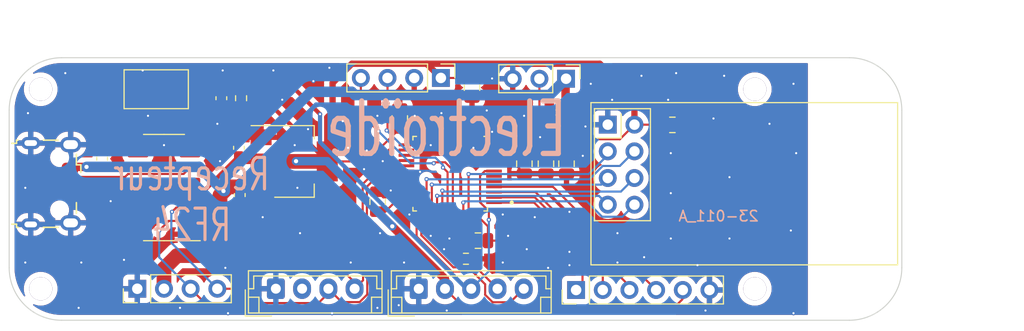
<source format=kicad_pcb>
(kicad_pcb (version 20211014) (generator pcbnew)
  (layers (0 "F.Cu" signal) (31 "B.Cu" signal) (34 "B.Paste" user) (35 "F.Paste" user) (36 "B.SilkS" user "B.Silkscreen") (37 "F.SilkS" user "F.Silkscreen") (38 "B.Mask" user) (39 "F.Mask" user) (44 "Edge.Cuts" user))
  (net 0 "")
  (net 1 "+5V")
  (net 2 "GND")
  (net 3 "+3V3")
  (net 4 "/RST")
  (net 5 "/DBG_Tx")
  (net 6 "/DBG_Rx")
  (net 7 "Net-(J3-Pad2)")
  (net 8 "Net-(J3-Pad3)")
  (net 10 "/cmd_bandeau_leds")
  (net 11 "/SCL")
  (net 12 "/SDA")
  (net 14 "/SWDCLK")
  (net 15 "/SWDIO")
  (net 16 "Net-(R1-Pad1)")
  (net 33 "/CSN")
  (net 34 "/SCK")
  (net 35 "/MISO")
  (net 36 "/MOSI")
  (net 37 "/IRQ")
  (net 38 "/CE")
  (net 49 "/PC0")
  (net 50 "/PC13")
  (net 53 "/PC15")
  (net 54 "/PC14")
  (footprint "Capacitor_SMD:C_0805_2012Metric" (layer "F.Cu") (at 124.6378 77.4192 180)
    (fp_text reference "C9" hide)
    (fp_text value "1µF" hide)
  )
  (footprint "Capacitor_SMD:C_0603_1608Metric" (layer "F.Cu") (at 132.207 65.9638 180)
    (fp_text reference "C2" hide)
    (fp_text value "0.1µf" hide)
  )
  (footprint "Capacitor_SMD:C_0603_1608Metric" (layer "F.Cu") (at 101.9556 73.0758 -90)
    (fp_text reference "C3" hide)
    (fp_text value "1µF" hide)
  )
  (footprint "Capacitor_SMD:C_0603_1608Metric" (layer "F.Cu") (at 101.8794 68.58 90)
    (fp_text reference "C5" hide)
    (fp_text value "22µF" hide)
  )
  (footprint "Connector_PinHeader_2.54mm:PinHeader_1x03_P2.54mm_Vertical" (layer "F.Cu") (at 133.0302 62.0014 -90)
    (fp_text reference "J4" hide)
    (fp_text value "Bandeau leds" hide)
  )
  (footprint "Connector_JST:JST_EH_B4B-EH-A_1x04_P2.50mm_Vertical" (layer "F.Cu") (at 105.3938 81.996)
    (fp_text reference "J6" hide)
    (fp_text value "Conn_01x04" hide)
  )
  (footprint "Connector_USB:USB_Micro-B_Wuerth_629105150521" (layer "F.Cu") (at 84 72 -90)
    (fp_text reference "J3" hide)
    (fp_text value "USB_B_Micro" hide)
  )
  (footprint "Capacitor_SMD:C_0603_1608Metric" (layer "F.Cu") (at 132.207 64.4652 180)
    (fp_text reference "C4" hide)
    (fp_text value "22µf" hide)
  )
  (footprint "Connector_JST:JST_EH_B5B-EH-A_1x05_P2.50mm_Vertical" (layer "F.Cu") (at 119 82)
    (fp_text reference "J7" hide)
    (fp_text value "Conn_01x05" hide)
  )
  (footprint "Capacitor_SMD:C_0805_2012Metric" (layer "F.Cu") (at 133.0706 70.0888 -90)
    (fp_text reference "C10" hide)
    (fp_text value "22µf" hide)
  )
  (footprint "Connector_PinHeader_2.54mm:PinHeader_1x04_P2.54mm_Vertical" (layer "F.Cu") (at 92.2 82 90)
    (fp_text reference "J2" hide)
    (fp_text value "Conn_01x04" hide)
  )
  (footprint "Button_Switch_SMD:SW_SPST_CK_RS282G05A3" (layer "F.Cu") (at 94 63 180)
    (fp_text reference "Reset1" hide)
    (fp_text value "SW_Push" hide)
  )
  (footprint "Package_TO_SOT_SMD:SOT-223-3_TabPin2" (layer "F.Cu") (at 107.1372 69.8754)
    (fp_text reference "U1" hide)
    (fp_text value "AMS1117" hide)
  )
  (footprint "nRF24L01:nRF24L01_Breakout" (layer "F.Cu") (at 137 66.375)
    (fp_text reference "U4" hide)
    (fp_text value "NRF24L01_Breakout" hide)
  )
  (footprint "Connector_PinHeader_2.54mm:PinHeader_1x04_P2.54mm_Vertical" (layer "F.Cu") (at 121.1072 61.9252 -90)
    (fp_text reference "J5" hide)
    (fp_text value "I2C" hide)
  )
  (footprint "Capacitor_SMD:C_0805_2012Metric" (layer "F.Cu") (at 124.072562 62.847992 -90)
    (fp_text reference "C6" hide)
    (fp_text value "22µf" hide)
  )
  (footprint "Capacitor_SMD:C_0603_1608Metric" (layer "F.Cu") (at 88.8492 69.6214 90)
    (fp_text reference "C1" hide)
    (fp_text value "100nF" hide)
  )
  (footprint "Package_SO:SOIC-16_3.9x9.9mm_P1.27mm" (layer "F.Cu") (at 94.742 72.3646 180)
    (fp_text reference "U2" hide)
    (fp_text value "CH340C" hide)
  )
  (footprint "Resistor_SMD:R_0603_1608Metric" (layer "F.Cu") (at 102.0826 63.8556 90)
    (fp_text reference "R2" hide)
    (fp_text value "10k" hide)
  )
  (footprint "Connector_PinHeader_2.54mm:PinHeader_1x06_P2.54mm_Vertical" (layer "F.Cu") (at 133.985 82.1182 90)
    (fp_text reference "J1" hide)
    (fp_text value "Conn_01x06" hide)
  )
  (footprint "stm32L010C6T6:QFP50P900X900X160-48N" (layer "F.Cu") (at 121.9962 71.0438 180)
    (fp_text reference "U3")
    (fp_text value "STM32L010C6T6" hide)
  )
  (footprint "Capacitor_SMD:C_0805_2012Metric" (layer "F.Cu") (at 131.1148 70.0888 -90)
    (fp_text reference "C12" hide)
    (fp_text value "1µF" hide)
  )
  (footprint "Capacitor_SMD:C_0805_2012Metric" (layer "F.Cu") (at 129.0574 70.0888 -90)
    (fp_text reference "C14" hide)
    (fp_text value "0.1µF" hide)
  )
  (footprint "Capacitor_SMD:C_0805_2012Metric" (layer "F.Cu") (at 117.1956 65.786 90)
    (fp_text reference "C8" hide)
    (fp_text value "1µF" hide)
  )
  (footprint "Capacitor_SMD:C_0805_2012Metric" (layer "F.Cu") (at 115.0874 73.7108 90)
    (fp_text reference "C11" hide)
    (fp_text value "1µF" hide)
  )
  (footprint "Resistor_SMD:R_0603_1608Metric" (layer "F.Cu") (at 123.4948 79.1464)
    (fp_text reference "R1" hide)
    (fp_text value "R" hide)
  )
  (footprint "Capacitor_SMD:C_0603_1608Metric" (layer "F.Cu") (at 100.203 63.8556 90)
    (fp_text reference "C13" hide)
    (fp_text value "0.1µf" hide)
  )
  (footprint "Capacitor_SMD:C_0805_2012Metric" (layer "F.Cu") (at 143.1544 66.3956)
    (fp_text reference "C7" hide)
    (fp_text value "22µf" hide)
  )
  (gr_line (start 80 80) (end 80 65) (layer "Edge.Cuts") (width 0.1))
  (gr_arc (start 80 65) (mid 81.464466 61.464466) (end 85 60) (layer "Edge.Cuts") (width 0.1))
  (gr_arc (start 160 60) (mid 163.535534 61.464466) (end 165 65) (layer "Edge.Cuts") (width 0.1))
  (gr_arc (start 85 85) (mid 81.464466 83.535534) (end 80 80) (layer "Edge.Cuts") (width 0.1))
  (gr_line (start 160 85) (end 85 85) (layer "Edge.Cuts") (width 0.1))
  (gr_arc (start 165 80) (mid 163.535534 83.535534) (end 160 85) (layer "Edge.Cuts") (width 0.1))
  (gr_line (start 165 65) (end 165 80) (layer "Edge.Cuts") (width 0.1))
  (gr_line (start 85 60) (end 160 60) (layer "Edge.Cuts") (width 0.1))
  (gr_text "Electroïde" (at 121.6406 66.8274) (layer "B.SilkS") (effects (font (size 5 3) (thickness 0.5)) (justify mirror)))
  (gr_text "Recepteur\nRF24" (at 97.3582 73.533) (layer "B.SilkS") (effects (font (size 3 2) (thickness 0.3)) (justify mirror)))
  (gr_text "23-011_A" (at 147.5486 75.0824) (layer "B.SilkS") (effects (font (size 1 1)) (justify mirror)))
  (via (at 151 63) (size 2.2) (drill 2.2) (layers "F.Cu" "B.Cu") (net 0))
  (via (at 151 82) (size 2.2) (drill 2.2) (layers "F.Cu" "B.Cu") (net 0))
  (via (at 83 82) (size 2.2) (drill 2.2) (layers "F.Cu" "B.Cu") (net 0))
  (via (at 83 63) (size 2.2) (drill 2.2) (layers "F.Cu" "B.Cu") (net 0))
  (segment (start 94.74 80.0882) (end 95.9866 78.8416) (width 1.4) (layer "F.Cu") (net 1))
  (segment (start 103.9872 72.1754) (end 102.081 72.1754) (width 1.4) (layer "F.Cu") (net 1))
  (segment (start 102.081 72.1754) (end 101.9556 72.3008) (width 1.4) (layer "F.Cu") (net 1))
  (segment (start 87.363 70.3964) (end 85.4072 70.3964) (width 0.8) (layer "F.Cu") (net 1))
  (segment (start 100.076 77.4446) (end 100.076 73.1012) (width 1.4) (layer "F.Cu") (net 1))
  (segment (start 100.076 73.1012) (end 100.8764 72.3008) (width 1.4) (layer "F.Cu") (net 1))
  (segment (start 100.8764 72.3008) (end 101.9556 72.3008) (width 1.4) (layer "F.Cu") (net 1))
  (segment (start 95.9866 78.8416) (end 98.679 78.8416) (width 1.4) (layer "F.Cu") (net 1))
  (segment (start 94.74 82) (end 94.74 80.0882) (width 1.4) (layer "F.Cu") (net 1))
  (segment (start 98.679 78.8416) (end 100.076 77.4446) (width 1.4) (layer "F.Cu") (net 1))
  (segment (start 88.8492 70.3964) (end 87.363 70.3964) (width 0.8) (layer "F.Cu") (net 1))
  (segment (start 132.982 65.9638) (end 132.982 62.0496) (width 0.8) (layer "F.Cu") (net 1))
  (segment (start 132.982 62.0496) (end 133.0302 62.0014) (width 0.8) (layer "F.Cu") (net 1))
  (via (at 100.4062 72.6948) (size 0.8) (drill 0.4) (layers "F.Cu" "B.Cu") (net 1))
  (via (at 87.363 70.3964) (size 0.8) (drill 0.4) (layers "F.Cu" "B.Cu") (net 1))
  (segment (start 108.712 63.246) (end 112.615968 63.246) (width 1) (layer "B.Cu") (net 1))
  (segment (start 112.615968 63.246) (end 112.921368 63.5514) (width 1) (layer "B.Cu") (net 1))
  (segment (start 87.363 70.3964) (end 98.1078 70.3964) (width 1) (layer "B.Cu") (net 1))
  (segment (start 131.4802 63.5514) (end 133.0302 62.0014) (width 1) (layer "B.Cu") (net 1))
  (segment (start 100.5332 71.4248) (end 108.712 63.246) (width 1) (layer "B.Cu") (net 1))
  (segment (start 100.4062 72.6948) (end 100.5332 72.6948) (width 0.8) (layer "B.Cu") (net 1))
  (segment (start 100.5332 72.6948) (end 100.5332 71.4248) (width 1) (layer "B.Cu") (net 1))
  (segment (start 112.921368 63.5514) (end 131.4802 63.5514) (width 1) (layer "B.Cu") (net 1))
  (segment (start 98.1078 70.3964) (end 100.4062 72.6948) (width 1) (layer "B.Cu") (net 1))
  (segment (start 126.1662 70.2938) (end 128.3124 70.2938) (width 0.2) (layer "F.Cu") (net 2))
  (segment (start 119.7462 66.8738) (end 119.7462 65.2886) (width 0.2) (layer "F.Cu") (net 2))
  (segment (start 115.0874 72.7608) (end 115.6204 73.2938) (width 0.2) (layer "F.Cu") (net 2))
  (segment (start 119.2784 64.8208) (end 117.2108 64.8208) (width 0.2) (layer "F.Cu") (net 2))
  (segment (start 133.0706 71.0388) (end 129.0574 71.0388) (width 0.2) (layer "F.Cu") (net 2))
  (segment (start 115.6204 73.2938) (end 117.8262 73.2938) (width 0.2) (layer "F.Cu") (net 2))
  (segment (start 119.7462 65.2886) (end 119.2784 64.8208) (width 0.2) (layer "F.Cu") (net 2))
  (segment (start 128.3124 70.2938) (end 129.0574 71.0388) (width 0.2) (layer "F.Cu") (net 2))
  (segment (start 117.2108 64.8208) (end 117.1956 64.836) (width 0.2) (layer "F.Cu") (net 2))
  (segment (start 123.6878 78.5144) (end 124.3198 79.1464) (width 0.2) (layer "F.Cu") (net 2))
  (segment (start 123.6878 77.4192) (end 123.6878 78.5144) (width 0.2) (layer "F.Cu") (net 2))
  (segment (start 124.3062 76.8008) (end 124.3062 75.287) (width 0.2) (layer "F.Cu") (net 2))
  (segment (start 123.6878 77.4192) (end 124.3062 76.8008) (width 0.2) (layer "F.Cu") (net 2))
  (via (at 125.984 67.056) (size 0.4) (drill 0.2) (layers "F.Cu" "B.Cu") (net 2))
  (via (at 133.35 78.486) (size 0.4) (drill 0.2) (layers "F.Cu" "B.Cu") (net 2))
  (via (at 131.318 80.01) (size 0.4) (drill 0.2) (layers "F.Cu" "B.Cu") (net 2))
  (via (at 86.614 83.82) (size 0.4) (drill 0.2) (layers "F.Cu" "B.Cu") (net 2))
  (via (at 143.002 72.898) (size 0.4) (drill 0.2) (layers "F.Cu" "B.Cu") (net 2))
  (via (at 86.868 79.502) (size 0.4) (drill 0.2) (layers "F.Cu" "B.Cu") (net 2))
  (via (at 125.984 61.976) (size 0.4) (drill 0.2) (layers "F.Cu" "B.Cu") (net 2))
  (via (at 137.922 76.708) (size 0.4) (drill 0.2) (layers "F.Cu" "B.Cu") (net 2))
  (via (at 81.534 79.502) (size 0.4) (drill 0.2) (layers "F.Cu" "B.Cu") (net 2))
  (via (at 127 74.93) (size 0.4) (drill 0.2) (layers "F.Cu" "B.Cu") (net 2))
  (via (at 147.066 65.786) (size 0.4) (drill 0.2) (layers "F.Cu" "B.Cu") (net 2))
  (via (at 148.082 61.722) (size 0.4) (drill 0.2) (layers "F.Cu" "B.Cu") (net 2))
  (via (at 117.602 79.502) (size 0.4) (drill 0.2) (layers "F.Cu" "B.Cu") (net 2))
  (via (at 113.792 70.612) (size 0.4) (drill 0.2) (layers "F.Cu" "B.Cu") (net 2))
  (via (at 127 79.502) (size 0.4) (drill 0.2) (layers "F.Cu" "B.Cu") (net 2))
  (via (at 133.35 74.676) (size 0.4) (drill 0.2) (layers "F.Cu" "B.Cu") (net 2))
  (via (at 119.126 70.866) (size 0.4) (drill 0.2) (layers "F.Cu" "B.Cu") (net 2))
  (via (at 143.002 77.216) (size 0.4) (drill 0.2) (layers "F.Cu" "B.Cu") (net 2))
  (via (at 120.142 76.962) (size 0.4) (drill 0.2) (layers "F.Cu" "B.Cu") (net 2))
  (via (at 134.874 66.548) (size 0.4) (drill 0.2) (layers "F.Cu" "B.Cu") (net 2))
  (via (at 110.744 84.328) (size 0.4) (drill 0.2) (layers "F.Cu" "B.Cu") (net 2))
  (via (at 137.922 79.502) (size 0.4) (drill 0.2) (layers "F.Cu" "B.Cu") (net 2))
  (via (at 121.158 65.278) (size 0.4) (drill 0.2) (layers "F.Cu" "B.Cu") (net 2))
  (via (at 100.838 84.328) (size 0.4) (drill 0.2) (layers "F.Cu" "B.Cu") (net 2))
  (via (at 85.344 61.468) (size 0.4) (drill 0.2) (layers "F.Cu" "B.Cu") (net 2))
  (via (at 114.046 68.834) (size 0.4) (drill 0.2) (layers "F.Cu" "B.Cu") (net 2))
  (via (at 92.71 61.214) (size 0.4) (drill 0.2) (layers "F.Cu" "B.Cu") (net 2))
  (via (at 115.062 65.532) (size 0.4) (drill 0.2) (layers "F.Cu" "B.Cu") (net 2))
  (via (at 111.76 66.04) (size 0.4) (drill 0.2) (layers "F.Cu" "B.Cu") (net 2))
  (via (at 130.556 67.564) (size 0.4) (drill 0.2) (layers "F.Cu" "B.Cu") (net 2))
  (via (at 124.206 68.58) (size 0.4) (drill 0.2) (layers "F.Cu" "B.Cu") (net 2))
  (via (at 90.932 79.248) (size 0.4) (drill 0.2) (layers "F.Cu" "B.Cu") (net 2))
  (via (at 100.076 69.85) (size 0.4) (drill 0.2) (layers "F.Cu" "B.Cu") (net 2))
  (via (at 120.142 68.326) (size 0.4) (drill 0.2) (layers "F.Cu" "B.Cu") (net 2))
  (via (at 125.476 65.024) (size 0.4) (drill 0.2) (layers "F.Cu" "B.Cu") (net 2))
  (via (at 107.188 68.326) (size 0.4) (drill 0.2) (layers "F.Cu" "B.Cu") (net 2))
  (via (at 143.51 61.468) (size 0.4) (drill 0.2) (layers "F.Cu" "B.Cu") (net 2))
  (via (at 148.59 71.374) (size 0.4) (drill 0.2) (layers "F.Cu" "B.Cu") (net 2))
  (via (at 135.382 62.484) (size 0.4) (drill 0.2) (layers "F.Cu" "B.Cu") (net 2))
  (via (at 96.266 83.82) (size 0.4) (drill 0.2) (layers "F.Cu" "B.Cu") (net 2))
  (via (at 108.966 62.23) (size 0.4) (drill 0.2) (layers "F.Cu" "B.Cu") (net 2))
  (via (at 134.62 69.342) (size 0.4) (drill 0.2) (layers "F.Cu" "B.Cu") (net 2))
  (via (at 140.208 61.722) (size 0.4) (drill 0.2) (layers "F.Cu" "B.Cu") (net 2))
  (via (at 89.662 73.66) (size 0.4) (drill 0.2) (layers "F.Cu" "B.Cu") (net 2))
  (via (at 112.268 68.58) (size 0.4) (drill 0.2) (layers "F.Cu" "B.Cu") (net 2))
  (via (at 115.57 69.85) (size 0.4) (drill 0.2) (layers "F.Cu" "B.Cu") (net 2))
  (via (at 118.11 74.93) (size 0.4) (drill 0.2) (layers "F.Cu" "B.Cu") (net 2))
  (via (at 100.33 61.214) (size 0.4) (drill 0.2) (layers "F.Cu" "B.Cu") (net 2))
  (via (at 93.218 65.532) (size 0.4) (drill 0.2) (layers "F.Cu" "B.Cu") (net 2))
  (via (at 140.462 78.994) (size 0.4) (drill 0.2) (layers "F.Cu" "B.Cu") (net 2))
  (via (at 142.748 64.008) (size 0.4) (drill 0.2) (layers "F.Cu" "B.Cu") (net 2))
  (via (at 110.49 60.96) (size 0.4) (drill 0.2) (layers "F.Cu" "B.Cu") (net 2))
  (via (at 107.696 76.708) (size 0.4) (drill 0.2) (layers "F.Cu" "B.Cu") (net 2))
  (via (at 129.032 65.532) (size 0.4) (drill 0.2) (layers "F.Cu" "B.Cu") (net 2))
  (via (at 121.412 78.232) (size 0.4) (drill 0.2) (layers "F.Cu" "B.Cu") (net 2))
  (via (at 154.432 76.454) (size 0.4) (drill 0.2) (layers "F.Cu" "B.Cu") (net 2))
  (via (at 104.14 75.184) (size 0.4) (drill 0.2) (layers "F.Cu" "B.Cu") (net 2))
  (via (at 115.316 76.708) (size 0.4) (drill 0.2) (layers "F.Cu" "B.Cu") (net 2))
  (via (at 99.822 66.294) (size 0.4) (drill 0.2) (layers "F.Cu" "B.Cu") (net 2))
  (via (at 154.686 62.484) (size 0.4) (drill 0.2) (layers "F.Cu" "B.Cu") (net 2))
  (via (at 146.304 84.074) (size 0.4) (drill 0.2) (layers "F.Cu" "B.Cu") (net 2))
  (via (at 121.92 77.216) (size 0.4) (drill 0.2) (layers "F.Cu" "B.Cu") (net 2))
  (via (at 94.742 68.326) (size 0.4) (drill 0.2) (layers "F.Cu" "B.Cu") (net 2))
  (via (at 108.458 66.802) (size 0.4) (drill 0.2) (layers "F.Cu" "B.Cu") (net 2))
  (via (at 115.062 83.82) (size 0.4) (drill 0.2) (layers "F.Cu" "B.Cu") (net 2))
  (via (at 148.59 77.216) (size 0.4) (drill 0.2) (layers "F.Cu" "B.Cu") (net 2))
  (via (at 81.534 72.39) (size 0.4) (drill 0.2) (layers "F.Cu" "B.Cu") (net 2))
  (via (at 145.542 79.756) (size 0.4) (drill 0.2) (layers "F.Cu" "B.Cu") (net 2))
  (via (at 112.522 79.502) (size 0.4) (drill 0.2) (layers "F.Cu" "B.Cu") (net 2))
  (via (at 81.788 65.278) (size 0.4) (drill 0.2) (layers "F.Cu" "B.Cu") (net 2))
  (via (at 152.4 66.294) (size 0.4) (drill 0.2) (layers "F.Cu" "B.Cu") (net 2))
  (via (at 129.286 78.232) (size 0.4) (drill 0.2) (layers "F.Cu" "B.Cu") (net 2))
  (via (at 116.332 72.644) (size 0.4) (drill 0.2) (layers "F.Cu" "B.Cu") (net 2))
  (via (at 121.666 84.074) (size 0.4) (drill 0.2) (layers "F.Cu" "B.Cu") (net 2))
  (via (at 117.094 83.566) (size 0.4) (drill 0.2) (layers "F.Cu" "B.Cu") (net 2))
  (via (at 127.508 76.962) (size 0.4) (drill 0.2) (layers "F.Cu" "B.Cu") (net 2))
  (via (at 130.048 75.184) (size 0.4) (drill 0.2) (layers "F.Cu" "B.Cu") (net 2))
  (via (at 154.94 69.088) (size 0.4) (drill 0.2) (layers "F.Cu" "B.Cu") (net 2))
  (via (at 137.414 64.008) (size 0.4) (drill 0.2) (layers "F.Cu" "B.Cu") (net 2))
  (via (at 133.35 79.756) (size 0.4) (drill 0.2) (layers "F.Cu" "B.Cu") (net 2))
  (via (at 105.156 61.214) (size 0.4) (drill 0.2) (layers "F.Cu" "B.Cu") (net 2))
  (via (at 143.002 69.088) (size 0.4) (drill 0.2) (layers "F.Cu" "B.Cu") (net 2))
  (via (at 106 64) (size 0.4) (drill 0.2) (layers "F.Cu" "B.Cu") (net 2))
  (via (at 107.442 72.39) (size 0.4) (drill 0.2) (layers "F.Cu" "B.Cu") (net 2))
  (via (at 100.584 80.01) (size 0.4) (drill 0.2) (layers "F.Cu" "B.Cu") (net 2))
  (via (at 118.618 65.532) (size 0.4) (drill 0.2) (layers "F.Cu" "B.Cu") (net 2))
  (via (at 154.686 84.328) (size 0.4) (drill 0.2) (layers "F.Cu" "B.Cu") (net 2))
  (segment (start 125.5878 76.0554) (end 124.7462 75.2138) (width 0.2) (layer "F.Cu") (net 3))
  (segment (start 134.4444 67.765) (end 138.15 67.765) (width 0.2) (layer "F.Cu") (net 3))
  (segment (start 103.9364 69.9262) (end 103.9872 69.8754) (width 0.4) (layer "F.Cu") (net 3))
  (segment (start 101.994 69.355) (end 102.5652 69.9262) (width 0.4) (layer "F.Cu") (net 3))
  (segment (start 110.2872 69.8754) (end 110.2872 65.68335) (width 0.6) (layer "F.Cu") (net 3))
  (segment (start 92.8878 76.8096) (end 94.5134 75.184) (width 0.4) (layer "F.Cu") (net 3))
  (segment (start 129.2606 83.7946) (end 123.2946 83.7946) (width 0.2) (layer "F.Cu") (net 3))
  (segment (start 103.9872 69.8754) (end 110.2872 69.8754) (width 1.4) (layer "F.Cu") (net 3))
  (segment (start 133.0706 69.1388) (end 134.4444 67.765) (width 0.2) (layer "F.Cu") (net 3))
  (segment (start 130.6576 81.3562) (end 130.6576 82.8548) (width 0.2) (layer "F.Cu") (net 3))
  (segment (start 136.2418 60.5752) (end 139.6492 63.9826) (width 0.6) (layer "F.Cu") (net 3))
  (segment (start 114.0562 69.8754) (end 110.2872 69.8754) (width 0.2) (layer "F.Cu") (net 3))
  (segment (start 142.1838 66.375) (end 139.54 66.375) (width 0.2) (layer "F.Cu") (net 3))
  (segment (start 92.267 76.8096) (end 92.8878 76.8096) (width 0.4) (layer "F.Cu") (net 3))
  (segment (start 115.0874 74.6608) (end 115.8138 74.6608) (width 0.2) (layer "F.Cu") (net 3))
  (segment (start 112.6274 60.5752) (end 119.7572 60.5752) (width 0.6) (layer "F.Cu") (net 3))
  (segment (start 130.6576 82.8548) (end 129.7178 83.7946) (width 0.2) (layer "F.Cu") (net 3))
  (segment (start 133.0706 69.1388) (end 129.0574 69.1388) (width 0.2) (layer "F.Cu") (net 3))
  (segment (start 129.7178 83.7946) (end 129.2606 83.7946) (width 0.2) (layer "F.Cu") (net 3))
  (segment (start 117.1956 66.736) (end 114.0562 69.8754) (width 0.2) (layer "F.Cu") (net 3))
  (segment (start 110.7948 62.4078) (end 112.6274 60.5752) (width 0.6) (layer "F.Cu") (net 3))
  (segment (start 124.072562 61.897992) (end 124.045354 61.9252) (width 0.2) (layer "F.Cu") (net 3))
  (segment (start 110.7948 65.17575) (end 110.7948 62.4078) (width 0.6) (layer "F.Cu") (net 3))
  (segment (start 124.045354 61.9252) (end 121.1072 61.9252) (width 0.2) (layer "F.Cu") (net 3))
  (segment (start 105.0924 64.6806) (end 110.2872 69.8754) (width 0.4) (layer "F.Cu") (net 3))
  (segment (start 126.1662 69.7938) (end 128.4024 69.7938) (width 0.2) (layer "F.Cu") (net 3))
  (segment (start 95.123 72.9996) (end 97.217 72.9996) (width 0.4) (layer "F.Cu") (net 3))
  (segment (start 121.5 81.0734) (end 121.5 82) (width 0.8) (layer "F.Cu") (net 3))
  (segment (start 142.2044 66.3956) (end 142.1838 66.375) (width 0.2) (layer "F.Cu") (net 3))
  (segment (start 119.1084 66.736) (end 119.2462 66.8738) (width 0.2) (layer "F.Cu") (net 3))
  (segment (start 126.7206 77.4192) (end 130.6576 81.3562) (width 0.2) (layer "F.Cu") (net 3))
  (segment (start 110.2872 65.68335) (end 110.7948 65.17575) (width 0.6) (layer "F.Cu") (net 3))
  (segment (start 98.2348 72.9996) (end 101.8794 69.355) (width 0.4) (layer "F.Cu") (net 3))
  (segment (start 94.5134 73.6092) (end 95.123 72.9996) (width 0.4) (layer "F.Cu") (net 3))
  (segment (start 97.217 72.9996) (end 98.2348 72.9996) (width 0.4) (layer "F.Cu") (net 3))
  (segment (start 116.4793 76.0527) (end 121.5 81.0734) (width 0.8) (layer "F.Cu") (net 3))
  (segment (start 125.5878 77.4192) (end 125.5878 76.0554) (width 0.2) (layer "F.Cu") (net 3))
  (segment (start 102.0826 64.6806) (end 105.0924 64.6806) (width 0.4) (layer "F.Cu") (net 3))
  (segment (start 115.8138 74.6608) (end 116.6808 73.7938) (width 0.2) (layer "F.Cu") (net 3))
  (segment (start 123.2946 83.7946) (end 121.5 82) (width 0.2) (layer "F.Cu") (net 3))
  (segment (start 128.4024 69.7938) (end 129.0574 69.1388) (width 0.2) (layer "F.Cu") (net 3))
  (segment (start 139.6492 63.9826) (end 139.54 64.0918) (width 0.6) (layer "F.Cu") (net 3))
  (segment (start 125.5878 77.4192) (end 126.7206 77.4192) (width 0.2) (layer "F.Cu") (net 3))
  (segment (start 115.0874 74.6608) (end 116.4793 76.0527) (width 0.8) (layer "F.Cu") (net 3))
  (segment (start 138.15 67.765) (end 139.54 66.375) (width 0.2) (layer "F.Cu") (net 3))
  (segment (start 117.1956 66.736) (end 119.1084 66.736) (width 0.2) (layer "F.Cu") (net 3))
  (segment (start 116.6808 73.7938) (end 117.8262 73.7938) (width 0.2) (layer "F.Cu") (net 3))
  (segment (start 102.5652 69.9262) (end 103.9364 69.9262) (width 0.4) (layer "F.Cu") (net 3))
  (segment (start 139.54 64.0918) (end 139.54 66.375) (width 0.6) (layer "F.Cu") (net 3))
  (segment (start 101.8794 69.355) (end 101.994 69.355) (width 0.4) (layer "F.Cu") (net 3))
  (segment (start 119.7572 60.5752) (end 121.1072 61.9252) (width 0.6) (layer "F.Cu") (net 3))
  (segment (start 119.7572 60.5752) (end 136.2418 60.5752) (width 0.6) (layer "F.Cu") (net 3))
  (segment (start 144.1136 83) (end 143.319 83.7946) (width 0.2) (layer "F.Cu") (net 3))
  (segment (start 94.5134 75.184) (end 94.5134 73.6092) (width 0.4) (layer "F.Cu") (net 3))
  (segment (start 143.319 83.7946) (end 129.2606 83.7946) (width 0.2) (layer "F.Cu") (net 3))
  (via (at 107.315 69.85) (size 0.8) (drill 0.4) (layers "F.Cu" "B.Cu") (net 3))
  (via (at 116.4793 76.0527) (size 0.8) (drill 0.4) (layers "F.Cu" "B.Cu") (net 3))
  (segment (start 116.4793 76.0527) (end 110.2766 69.85) (width 0.8) (layer "B.Cu") (net 3))
  (segment (start 110.2766 69.85) (end 107.315 69.85) (width 0.8) (layer "B.Cu") (net 3))
  (segment (start 125.2942 70.7938) (end 126.1662 70.7938) (width 0.2) (layer "F.Cu") (net 4))
  (segment (start 125.678 74.608303) (end 124.841 73.771303) (width 0.2) (layer "F.Cu") (net 4))
  (segment (start 125.678 75.4392) (end 125.678 74.608303) (width 0.2) (layer "F.Cu") (net 4))
  (segment (start 102.0826 63.0306) (end 107.252 63.0306) (width 0.4) (layer "F.Cu") (net 4))
  (segment (start 97.9 63) (end 102.052 63) (width 0.4) (layer "F.Cu") (net 4))
  (segment (start 124.841 71.247) (end 125.2942 70.7938) (width 0.2) (layer "F.Cu") (net 4))
  (segment (start 102.052 63) (end 102.0826 63.0306) (width 0.4) (layer "F.Cu") (net 4))
  (segment (start 107.252 63.0306) (end 109.601 65.3796) (width 0.4) (layer "F.Cu") (net 4))
  (segment (start 124.841 73.771303) (end 124.841 71.247) (width 0.2) (layer "F.Cu") (net 4))
  (via (at 125.678 75.4392) (size 0.4) (drill 0.2) (layers "F.Cu" "B.Cu") (net 4))
  (via (at 109.601 65.3796) (size 0.4) (drill 0.2) (layers "F.Cu" "B.Cu") (net 4))
  (segment (start 110.60797 69.05) (end 123.55797 82) (width 0.4) (layer "B.Cu") (net 4))
  (segment (start 109.601 68.0466) (end 110.6044 69.05) (width 0.4) (layer "B.Cu") (net 4))
  (segment (start 109.601 65.3796) (end 109.601 68.0466) (width 0.4) (layer "B.Cu") (net 4))
  (segment (start 110.6044 69.05) (end 110.60797 69.05) (width 0.4) (layer "B.Cu") (net 4))
  (segment (start 125.678 80.322) (end 124 82) (width 0.2) (layer "B.Cu") (net 4))
  (segment (start 123.55797 82) (end 124 82) (width 0.4) (layer "B.Cu") (net 4))
  (segment (start 125.678 75.4392) (end 125.678 80.322) (width 0.2) (layer "B.Cu") (net 4))
  (segment (start 111.6688 83.271) (end 110.3938 81.996) (width 0.2) (layer "F.Cu") (net 5))
  (segment (start 110.3938 82.4176) (end 110.3938 81.996) (width 0.2) (layer "F.Cu") (net 5))
  (segment (start 109.4486 83.3628) (end 110.3938 82.4176) (width 0.2) (layer "F.Cu") (net 5))
  (segment (start 114.0968 82.544346) (end 113.370146 83.271) (width 0.2) (layer "F.Cu") (net 5))
  (segment (start 114.0624 72.282983) (end 114.0624 75.138617) (width 0.2) (layer "F.Cu") (net 5))
  (segment (start 97.217 75.5396) (end 95.1992 75.5396) (width 0.2) (layer "F.Cu") (net 5))
  (segment (start 114.0624 75.138617) (end 114.0968 75.173017) (width 0.2) (layer "F.Cu") (net 5))
  (segment (start 115.051583 71.2938) (end 114.0624 72.282983) (width 0.2) (layer "F.Cu") (net 5))
  (segment (start 113.370146 83.271) (end 111.6688 83.271) (width 0.2) (layer "F.Cu") (net 5))
  (segment (start 98.6428 83.3628) (end 109.4486 83.3628) (width 0.2) (layer "F.Cu") (net 5))
  (segment (start 95.1992 75.5396) (end 94.2848 76.454) (width 0.2) (layer "F.Cu") (net 5))
  (segment (start 114.0968 75.173017) (end 114.0968 82.544346) (width 0.2) (layer "F.Cu") (net 5))
  (segment (start 97.28 82) (end 98.6428 83.3628) (width 0.2) (layer "F.Cu") (net 5))
  (segment (start 117.8262 71.2938) (end 115.051583 71.2938) (width 0.2) (layer "F.Cu") (net 5))
  (via (at 94.2848 76.454) (size 0.4) (drill 0.2) (layers "F.Cu" "B.Cu") (net 5))
  (segment (start 94.2848 79.0048) (end 97.28 82) (width 0.2) (layer "B.Cu") (net 5))
  (segment (start 94.2848 76.454) (end 94.2848 79.0048) (width 0.2) (layer "B.Cu") (net 5))
  (segment (start 113.6968 81.193) (end 113.6968 80.1878) (width 0.2) (layer "F.Cu") (net 6))
  (segment (start 111.6838 80.1878) (end 112.8938 81.3978) (width 0.2) (layer "F.Cu") (net 6))
  (segment (start 95.9104 74.2696) (end 97.217 74.2696) (width 0.2) (layer "F.Cu") (net 6))
  (segment (start 103.6066 80.1878) (end 111.6838 80.1878) (width 0.2) (layer "F.Cu") (net 6))
  (segment (start 113.6624 80.1534) (end 113.6624 72.117297) (width 0.2) (layer "F.Cu") (net 6))
  (segment (start 99.82 82) (end 101.7944 82) (width 0.2) (layer "F.Cu") (net 6))
  (segment (start 112.8938 81.3978) (end 112.8938 81.996) (width 0.2) (layer "F.Cu") (net 6))
  (segment (start 95.504 74.676) (end 95.9104 74.2696) (width 0.2) (layer "F.Cu") (net 6))
  (segment (start 114.9056 70.7938) (end 113.6396 72.0598) (width 0.2) (layer "F.Cu") (net 6))
  (segment (start 101.7944 82) (end 103.6066 80.1878) (width 0.2) (layer "F.Cu") (net 6))
  (segment (start 112.8938 81.996) (end 113.6968 81.193) (width 0.2) (layer "F.Cu") (net 6))
  (segment (start 113.6968 80.1878) (end 113.6624 80.1534) (width 0.2) (layer "F.Cu") (net 6))
  (segment (start 117.8262 70.7938) (end 114.9056 70.7938) (width 0.2) (layer "F.Cu") (net 6))
  (via (at 95.504 74.676) (size 0.4) (drill 0.2) (layers "F.Cu" "B.Cu") (net 6))
  (segment (start 95.504 74.676) (end 95.4405 74.7395) (width 0.2) (layer "B.Cu") (net 6))
  (segment (start 95.4405 74.7395) (end 95.4405 77.6205) (width 0.2) (layer "B.Cu") (net 6))
  (segment (start 95.4405 77.6205) (end 99.82 82) (width 0.2) (layer "B.Cu") (net 6))
  (segment (start 91.035204 71.35) (end 91.316004 71.0692) (width 0.2) (layer "F.Cu") (net 7))
  (segment (start 91.316004 71.0692) (end 96.6074 71.0692) (width 0.2) (layer "F.Cu") (net 7))
  (segment (start 85.9 71.35) (end 91.035204 71.35) (width 0.2) (layer "F.Cu") (net 7))
  (segment (start 96.6074 71.0692) (end 97.217 70.4596) (width 0.2) (layer "F.Cu") (net 7))
  (segment (start 91.255604 72.3296) (end 96.617 72.3296) (width 0.2) (layer "F.Cu") (net 8))
  (segment (start 85.9 72) (end 90.926004 72) (width 0.2) (layer "F.Cu") (net 8))
  (segment (start 96.617 72.3296) (end 97.217 71.7296) (width 0.2) (layer "F.Cu") (net 8))
  (segment (start 90.926004 72) (end 91.255604 72.3296) (width 0.2) (layer "F.Cu") (net 8))
  (segment (start 126.968903 69.2938) (end 130.4902 65.772503) (width 0.2) (layer "F.Cu") (net 10))
  (segment (start 130.4902 65.772503) (end 130.4902 62.0014) (width 0.2) (layer "F.Cu") (net 10))
  (segment (start 126.1662 69.2938) (end 126.968903 69.2938) (width 0.2) (layer "F.Cu") (net 10))
  (segment (start 121.3104 70.4596) (end 121.7462 70.8954) (width 0.2) (layer "F.Cu") (net 11))
  (segment (start 121.7462 70.8954) (end 121.7462 75.2138) (width 0.2) (layer "F.Cu") (net 11))
  (segment (start 115.951 66.929) (end 116.0272 66.8528) (width 0.2) (layer "F.Cu") (net 11))
  (segment (start 116.0272 66.8528) (end 116.0272 61.9252) (width 0.2) (layer "F.Cu") (net 11))
  (via (at 115.951 66.929) (size 0.4) (drill 0.2) (layers "F.Cu" "B.Cu") (net 11))
  (via (at 121.3104 70.4596) (size 0.4) (drill 0.2) (layers "F.Cu" "B.Cu") (net 11))
  (segment (start 118.5418 69.5198) (end 120.595107 69.5198) (width 0.2) (layer "B.Cu") (net 11))
  (segment (start 121.3104 70.235093) (end 121.3104 70.4596) (width 0.2) (layer "B.Cu") (net 11))
  (segment (start 115.951 66.929) (end 118.5418 69.5198) (width 0.2) (layer "B.Cu") (net 11))
  (segment (start 120.595107 69.5198) (end 121.3104 70.235093) (width 0.2) (layer "B.Cu") (net 11))
  (segment (start 115.1636 67.0052) (end 113.4872 65.3288) (width 0.2) (layer "F.Cu") (net 12))
  (segment (start 121.517507 69.9596) (end 122.2462 70.688293) (width 0.2) (layer "F.Cu") (net 12))
  (segment (start 120.515 69.9596) (end 121.517507 69.9596) (width 0.2) (layer "F.Cu") (net 12))
  (segment (start 120.4214 70.0532) (end 120.515 69.9596) (width 0.2) (layer "F.Cu") (net 12))
  (segment (start 122.2462 70.688293) (end 122.2462 75.2138) (width 0.2) (layer "F.Cu") (net 12))
  (segment (start 113.4872 65.3288) (end 113.4872 61.9252) (width 0.2) (layer "F.Cu") (net 12))
  (via (at 120.4214 70.0532) (size 0.4) (drill 0.2) (layers "F.Cu" "B.Cu") (net 12))
  (via (at 115.1636 67.0052) (size 0.4) (drill 0.2) (layers "F.Cu" "B.Cu") (net 12))
  (segment (start 115.1636 67.0052) (end 118.2116 70.0532) (width 0.2) (layer "B.Cu") (net 12))
  (segment (start 118.2116 70.0532) (end 120.4214 70.0532) (width 0.2) (layer "B.Cu") (net 12))
  (segment (start 119.2462 76.904907) (end 122.300493 79.9592) (width 0.2) (layer "F.Cu") (net 14))
  (segment (start 122.300493 79.9592) (end 124.4592 79.9592) (width 0.2) (layer "F.Cu") (net 14))
  (segment (start 124.4592 79.9592) (end 126.5 82) (width 0.2) (layer "F.Cu") (net 14))
  (segment (start 119.2462 75.2138) (end 119.2462 76.904907) (width 0.2) (layer "F.Cu") (net 14))
  (segment (start 125.3236 82.574946) (end 126.035254 83.2866) (width 0.2) (layer "F.Cu") (net 15))
  (segment (start 125.3236 81.572254) (end 125.3236 82.574946) (width 0.2) (layer "F.Cu") (net 15))
  (segment (start 118.8712 73.036097) (end 118.8712 74.245) (width 0.2) (layer "F.Cu") (net 15))
  (segment (start 122.134808 80.3592) (end 124.110546 80.3592) (width 0.2) (layer "F.Cu") (net 15))
  (segment (start 117.8262 72.7938) (end 118.628903 72.7938) (width 0.2) (layer "F.Cu") (net 15))
  (segment (start 124.110546 80.3592) (end 125.3236 81.572254) (width 0.2) (layer "F.Cu") (net 15))
  (segment (start 127.7134 83.2866) (end 129 82) (width 0.2) (layer "F.Cu") (net 15))
  (segment (start 118.7958 77.020193) (end 122.134808 80.3592) (width 0.2) (layer "F.Cu") (net 15))
  (segment (start 126.035254 83.2866) (end 127.7134 83.2866) (width 0.2) (layer "F.Cu") (net 15))
  (segment (start 118.8712 74.245) (end 118.7958 74.3204) (width 0.2) (layer "F.Cu") (net 15))
  (segment (start 118.628903 72.7938) (end 118.8712 73.036097) (width 0.2) (layer "F.Cu") (net 15))
  (segment (start 118.7958 74.3204) (end 118.7958 77.020193) (width 0.2) (layer "F.Cu") (net 15))
  (segment (start 122.6698 79.1464) (end 122.6698 76.2476) (width 0.2) (layer "F.Cu") (net 16))
  (segment (start 122.6698 76.2476) (end 122.7462 76.1712) (width 0.2) (layer "F.Cu") (net 16))
  (segment (start 122.7462 76.1712) (end 122.7462 75.2138) (width 0.2) (layer "F.Cu") (net 16))
  (segment (start 119.7462 71.5624) (end 119.7462 75.2138) (width 0.2) (layer "F.Cu") (net 33))
  (via (at 119.7462 71.5624) (size 0.4) (drill 0.2) (layers "F.Cu" "B.Cu") (net 33))
  (segment (start 138.15 70.305) (end 139.54 68.915) (width 0.2) (layer "B.Cu") (net 33))
  (segment (start 119.7462 71.5624) (end 119.761 71.5772) (width 0.2) (layer "B.Cu") (net 33))
  (segment (start 119.761 71.5772) (end 135.251454 71.5772) (width 0.2) (layer "B.Cu") (net 33))
  (segment (start 135.251454 71.5772) (end 136.523654 70.305) (width 0.2) (layer "B.Cu") (net 33))
  (segment (start 136.523654 70.305) (end 138.15 70.305) (width 0.2) (layer "B.Cu") (net 33))
  (segment (start 120.2462 72.0878) (end 120.2462 75.2138) (width 0.2) (layer "F.Cu") (net 34))
  (via (at 120.2462 72.0878) (size 0.4) (drill 0.2) (layers "F.Cu" "B.Cu") (net 34))
  (segment (start 136.3672 72.0878) (end 137 71.455) (width 0.2) (layer "B.Cu") (net 34))
  (segment (start 120.2462 72.0878) (end 136.3672 72.0878) (width 0.2) (layer "B.Cu") (net 34))
  (segment (start 120.7462 73.1525) (end 120.7467 73.152) (width 0.2) (layer "F.Cu") (net 35))
  (segment (start 120.7462 75.2138) (end 120.7462 73.1525) (width 0.2) (layer "F.Cu") (net 35))
  (via (at 120.7467 73.152) (size 0.4) (drill 0.2) (layers "F.Cu" "B.Cu") (net 35))
  (segment (start 121.039093 73.1574) (end 136.1624 73.1574) (width 0.2) (layer "B.Cu") (net 35))
  (segment (start 136.1624 73.1574) (end 137 73.995) (width 0.2) (layer "B.Cu") (net 35))
  (segment (start 121.033693 73.152) (end 121.039093 73.1574) (width 0.2) (layer "B.Cu") (net 35))
  (segment (start 120.7467 73.152) (end 121.033693 73.152) (width 0.2) (layer "B.Cu") (net 35))
  (segment (start 121.2462 72.6574) (end 121.2462 75.2138) (width 0.2) (layer "F.Cu") (net 36))
  (via (at 121.2462 72.6574) (size 0.4) (drill 0.2) (layers "F.Cu" "B.Cu") (net 36))
  (segment (start 121.3344 72.7456) (end 138.2494 72.7456) (width 0.2) (layer "B.Cu") (net 36))
  (segment (start 138.2494 72.7456) (end 139.54 71.455) (width 0.2) (layer "B.Cu") (net 36))
  (segment (start 121.2462 72.6574) (end 121.3344 72.7456) (width 0.2) (layer "B.Cu") (net 36))
  (segment (start 123.2462 73.7924) (end 123.2462 75.2138) (width 0.2) (layer "F.Cu") (net 37))
  (via (at 123.2462 73.7924) (size 0.4) (drill 0.2) (layers "F.Cu" "B.Cu") (net 37))
  (segment (start 134.9883 73.6727) (end 136.4606 75.145) (width 0.2) (layer "B.Cu") (net 37))
  (segment (start 138.39 75.145) (end 139.54 73.995) (width 0.2) (layer "B.Cu") (net 37))
  (segment (start 136.4606 75.145) (end 138.39 75.145) (width 0.2) (layer "B.Cu") (net 37))
  (segment (start 123.2462 73.7924) (end 123.3659 73.6727) (width 0.2) (layer "B.Cu") (net 37))
  (segment (start 123.3659 73.6727) (end 134.9883 73.6727) (width 0.2) (layer "B.Cu") (net 37))
  (segment (start 123.7462 71.0777) (end 123.7462 75.2138) (width 0.2) (layer "F.Cu") (net 38))
  (via (at 123.7462 71.0777) (size 0.4) (drill 0.2) (layers "F.Cu" "B.Cu") (net 38))
  (segment (start 135.185268 71.0777) (end 137 69.262968) (width 0.2) (layer "B.Cu") (net 38))
  (segment (start 137 69.262968) (end 137 68.915) (width 0.2) (layer "B.Cu") (net 38))
  (segment (start 123.7462 71.0777) (end 135.185268 71.0777) (width 0.2) (layer "B.Cu") (net 38))
  (segment (start 134.5946 78.405058) (end 134.5946 82.359) (width 0.2) (layer "F.Cu") (net 49))
  (segment (start 129.983342 73.7938) (end 134.5946 78.405058) (width 0.2) (layer "F.Cu") (net 49))
  (segment (start 126.1662 73.7938) (end 129.983342 73.7938) (width 0.2) (layer "F.Cu") (net 49))
  (segment (start 130.049028 73.2938) (end 136.525 79.769772) (width 0.2) (layer "F.Cu") (net 50))
  (segment (start 126.1662 73.2938) (end 130.049028 73.2938) (width 0.2) (layer "F.Cu") (net 50))
  (segment (start 136.525 79.769772) (end 136.525 82.1182) (width 0.2) (layer "F.Cu") (net 50))
  (segment (start 131.7806 72.2938) (end 141.5736 82.0868) (width 0.2) (layer "F.Cu") (net 53))
  (segment (start 126.1662 72.2938) (end 131.7806 72.2938) (width 0.2) (layer "F.Cu") (net 53))
  (segment (start 126.1662 72.7938) (end 130.114714 72.7938) (width 0.2) (layer "F.Cu") (net 54))
  (segment (start 130.114714 72.7938) (end 139.0336 81.712686) (width 0.2) (layer "F.Cu") (net 54))
  (zone (net 2) (net_name "GND") (layers F&B.Cu) (connect_pads (clearance 0.508)) (min_thickness 0.127) (fill yes (thermal_gap 0.508) (thermal_bridge_width 0.508))
    (polygon (pts (xy 167 86) (xy 80 86) (xy 80 59) (xy 167 59)))
  )
)
</source>
